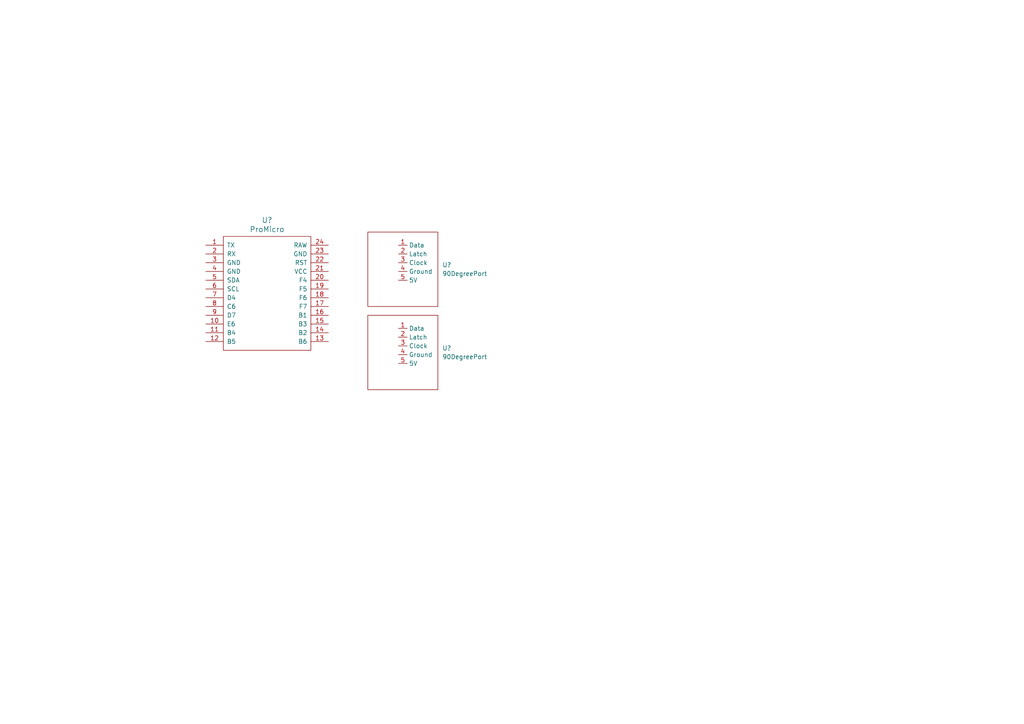
<source format=kicad_sch>
(kicad_sch (version 20211123) (generator eeschema)
  (paper "A4")
  (lib_symbols
    (symbol "nescontroller:90DegreePort"
      (property "Reference" "U" (at 0 0 0))
      (property "Value" "90DegreePort" (at -10.16 -8.89 0))
      (symbol "90DegreePort_0_1"
        (rectangle (start -19.05 8.89) (end 1.27 -12.7))
      )
      (symbol "90DegreePort_1_1"
        (pin input line (at -10.16 5.08 0) (length 2.54) (name "Data") (number "1"))
        (pin input line (at -10.16 2.54 0) (length 2.54) (name "Latch") (number "2"))
        (pin input line (at -10.16 0 0) (length 2.54) (name "Clock") (number "3"))
        (pin input line (at -10.16 -2.54 0) (length 2.54) (name "Ground") (number "4"))
        (pin input line (at -10.16 -5.08 0) (length 2.54) (name "5V") (number "5"))
      )
    )
    (symbol "promicro:ProMicro" (pin_names (offset 1.016))
      (property "Reference" "U" (at 0 24.13 0))
      (property "Value" "ProMicro" (at 0 -13.97 0))
      (symbol "ProMicro_0_1"
        (rectangle (start -12.7 21.59) (end 12.7 -11.43))
      )
      (symbol "ProMicro_1_1"
        (pin bidirectional line (at -17.78 19.05 0) (length 5.08) (name "TX") (number "1"))
        (pin bidirectional line (at -17.78 -3.81 0) (length 5.08) (name "E6") (number "10"))
        (pin bidirectional line (at -17.78 -6.35 0) (length 5.08) (name "B4") (number "11"))
        (pin bidirectional line (at -17.78 -8.89 0) (length 5.08) (name "B5") (number "12"))
        (pin bidirectional line (at 17.78 -8.89 180) (length 5.08) (name "B6") (number "13"))
        (pin bidirectional line (at 17.78 -6.35 180) (length 5.08) (name "B2") (number "14"))
        (pin bidirectional line (at 17.78 -3.81 180) (length 5.08) (name "B3") (number "15"))
        (pin bidirectional line (at 17.78 -1.27 180) (length 5.08) (name "B1") (number "16"))
        (pin bidirectional line (at 17.78 1.27 180) (length 5.08) (name "F7") (number "17"))
        (pin bidirectional line (at 17.78 3.81 180) (length 5.08) (name "F6") (number "18"))
        (pin bidirectional line (at 17.78 6.35 180) (length 5.08) (name "F5") (number "19"))
        (pin bidirectional line (at -17.78 16.51 0) (length 5.08) (name "RX") (number "2"))
        (pin bidirectional line (at 17.78 8.89 180) (length 5.08) (name "F4") (number "20"))
        (pin power_in line (at 17.78 11.43 180) (length 5.08) (name "VCC") (number "21"))
        (pin input line (at 17.78 13.97 180) (length 5.08) (name "RST") (number "22"))
        (pin power_in line (at 17.78 16.51 180) (length 5.08) (name "GND") (number "23"))
        (pin power_out line (at 17.78 19.05 180) (length 5.08) (name "RAW") (number "24"))
        (pin power_in line (at -17.78 13.97 0) (length 5.08) (name "GND") (number "3"))
        (pin power_in line (at -17.78 11.43 0) (length 5.08) (name "GND") (number "4"))
        (pin bidirectional line (at -17.78 8.89 0) (length 5.08) (name "SDA") (number "5"))
        (pin bidirectional line (at -17.78 6.35 0) (length 5.08) (name "SCL") (number "6"))
        (pin bidirectional line (at -17.78 3.81 0) (length 5.08) (name "D4") (number "7"))
        (pin bidirectional line (at -17.78 1.27 0) (length 5.08) (name "C6") (number "8"))
        (pin bidirectional line (at -17.78 -1.27 0) (length 5.08) (name "D7") (number "9"))
      )
    )
  )
  (symbol (lib_id "promicro:ProMicro") (at 77.47 90.17 0) (unit 1)
    (property "Reference" "U?" (at 77.47 63.8302 0) (effects (font (size 1.524 1.524))))
    (property "Value" "ProMicro" (at 77.47 66.5226 0) (effects (font (size 1.524 1.524))))
  )
  (symbol (lib_id "nescontroller:90DegreePort") (at 125.73 76.2 0) (unit 1)
    (property "Reference" "U?" (at 128.27 76.8349 0) (effects (justify left)))
    (property "Value" "90DegreePort" (at 128.27 79.3749 0) (effects (justify left)))
    (property "Footprint" "port:NEScontrollerport" (effects hide))
  )
  (symbol (lib_id "nescontroller:90DegreePort") (at 125.73 100.33 0) (unit 1)
    (property "Reference" "U?" (at 128.27 100.9649 0) (effects (justify left)))
    (property "Value" "90DegreePort" (at 128.27 103.5049 0) (effects (justify left)))
    (property "Footprint" "port:NEScontrollerport" (effects hide))
  )
)
</source>
